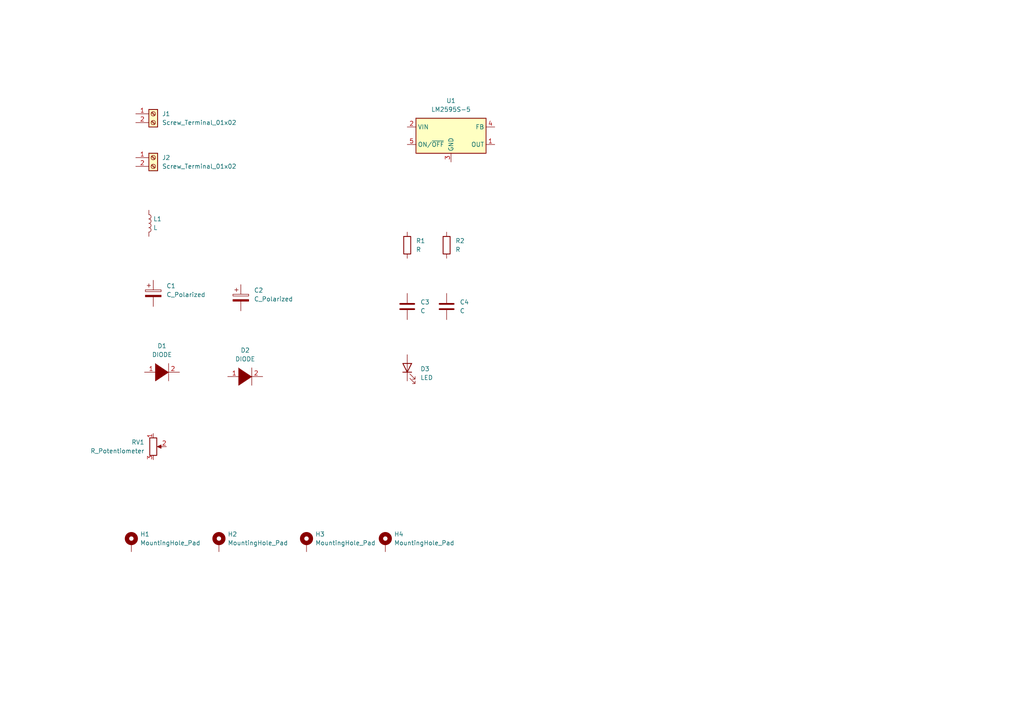
<source format=kicad_sch>
(kicad_sch (version 20231120) (generator "eeschema") (generator_version "8.0")
  (paper "A4")
  (lib_symbols
    (symbol "Connector:Screw_Terminal_01x02" (pin_names (offset 1.016) hide)
      (property "Reference" "J" (at 0 2.54 0))
      (property "Value" "Screw_Terminal_01x02" (at 0 -5.08 0))
      (symbol "Screw_Terminal_01x02_1_1"
        (rectangle (start -1.27 1.27) (end 1.27 -3.81) (stroke (width 0.254)) (fill (type background)))
        (circle (center 0 -2.54) (radius 0.635) (stroke (width 0.1524)))
        (polyline (pts (xy -0.5334 -2.2098) (xy 0.3302 -3.048)) (stroke (width 0.1524)))
        (polyline (pts (xy -0.5334 0.3302) (xy 0.3302 -0.508)) (stroke (width 0.1524)))
        (polyline (pts (xy -0.3556 -2.032) (xy 0.508 -2.8702)) (stroke (width 0.1524)))
        (polyline (pts (xy -0.3556 0.508) (xy 0.508 -0.3302)) (stroke (width 0.1524)))
        (circle (center 0 0) (radius 0.635) (stroke (width 0.1524)))
        (pin passive line (at -5.08 0 0) (length 3.81) (name "Pin_1") (number "1"))
        (pin passive line (at -5.08 -2.54 0) (length 3.81) (name "Pin_2") (number "2"))
      )
    )
    (symbol "Device:C" (pin_numbers hide) (pin_names (offset 0.254))
      (property "Reference" "C" (at 0.635 2.54 0))
      (property "Value" "C" (at 0.635 -2.54 0))
      (symbol "C_0_1"
        (polyline (pts (xy -2.032 -0.762) (xy 2.032 -0.762)) (stroke (width 0.508)))
        (polyline (pts (xy -2.032 0.762) (xy 2.032 0.762)) (stroke (width 0.508)))
      )
      (symbol "C_1_1"
        (pin passive line (at 0 3.81 270) (length 2.794) (name "~") (number "1"))
        (pin passive line (at 0 -3.81 90) (length 2.794) (name "~") (number "2"))
      )
    )
    (symbol "Device:C_Polarized" (pin_numbers hide) (pin_names (offset 0.254))
      (property "Reference" "C" (at 0.635 2.54 0))
      (property "Value" "C_Polarized" (at 0.635 -2.54 0))
      (symbol "C_Polarized_0_1"
        (rectangle (start -2.286 0.508) (end 2.286 1.016))
        (polyline (pts (xy -1.778 2.286) (xy -0.762 2.286)))
        (polyline (pts (xy -1.27 2.794) (xy -1.27 1.778)))
        (rectangle (start 2.286 -0.508) (end -2.286 -1.016) (fill (type outline)))
      )
      (symbol "C_Polarized_1_1"
        (pin passive line (at 0 3.81 270) (length 2.794) (name "~") (number "1"))
        (pin passive line (at 0 -3.81 90) (length 2.794) (name "~") (number "2"))
      )
    )
    (symbol "Device:L" (pin_numbers hide) (pin_names (offset 1.016) hide)
      (property "Reference" "L" (at -1.27 0 90))
      (property "Value" "L" (at 1.905 0 90))
      (symbol "L_0_1"
        (arc (start 0 -2.54) (mid 0.6323 -1.905) (end 0 -1.27))
        (arc (start 0 -1.27) (mid 0.6323 -0.635) (end 0 0))
        (arc (start 0 0) (mid 0.6323 0.635) (end 0 1.27))
        (arc (start 0 1.27) (mid 0.6323 1.905) (end 0 2.54))
      )
      (symbol "L_1_1"
        (pin passive line (at 0 3.81 270) (length 1.27) (name "1") (number "1"))
        (pin passive line (at 0 -3.81 90) (length 1.27) (name "2") (number "2"))
      )
    )
    (symbol "Device:LED" (pin_numbers hide) (pin_names (offset 1.016) hide)
      (property "Reference" "D" (at 0 2.54 0))
      (property "Value" "LED" (at 0 -2.54 0))
      (symbol "LED_0_1"
        (polyline (pts (xy -1.27 -1.27) (xy -1.27 1.27)) (stroke (width 0.254)))
        (polyline (pts (xy -1.27 0) (xy 1.27 0)))
        (polyline (pts (xy 1.27 -1.27) (xy 1.27 1.27) (xy -1.27 0) (xy 1.27 -1.27)) (stroke (width 0.254)))
        (polyline (pts (xy -3.048 -0.762) (xy -4.572 -2.286) (xy -3.81 -2.286) (xy -4.572 -2.286) (xy -4.572 -1.524)))
        (polyline (pts (xy -1.778 -0.762) (xy -3.302 -2.286) (xy -2.54 -2.286) (xy -3.302 -2.286) (xy -3.302 -1.524)))
      )
      (symbol "LED_1_1"
        (pin passive line (at -3.81 0 0) (length 2.54) (name "K") (number "1"))
        (pin passive line (at 3.81 0 180) (length 2.54) (name "A") (number "2"))
      )
    )
    (symbol "Device:R" (pin_numbers hide) (pin_names (offset 0))
      (property "Reference" "R" (at 2.032 0 90))
      (property "Value" "R" (at 0 0 90))
      (symbol "R_0_1"
        (rectangle (start -1.016 -2.54) (end 1.016 2.54) (stroke (width 0.254)))
      )
      (symbol "R_1_1"
        (pin passive line (at 0 3.81 270) (length 1.27) (name "~") (number "1"))
        (pin passive line (at 0 -3.81 90) (length 1.27) (name "~") (number "2"))
      )
    )
    (symbol "Device:R_Potentiometer" (pin_names (offset 1.016) hide)
      (property "Reference" "RV" (at -4.445 0 90))
      (property "Value" "R_Potentiometer" (at -2.54 0 90))
      (symbol "R_Potentiometer_0_1"
        (polyline (pts (xy 2.54 0) (xy 1.524 0)))
        (polyline (pts (xy 1.143 0) (xy 2.286 0.508) (xy 2.286 -0.508) (xy 1.143 0)) (fill (type outline)))
        (rectangle (start 1.016 2.54) (end -1.016 -2.54) (stroke (width 0.254)))
      )
      (symbol "R_Potentiometer_1_1"
        (pin passive line (at 0 3.81 270) (length 1.27) (name "1") (number "1"))
        (pin passive line (at 3.81 0 180) (length 1.27) (name "2") (number "2"))
        (pin passive line (at 0 -3.81 90) (length 1.27) (name "3") (number "3"))
      )
    )
    (symbol "Mechanical:MountingHole_Pad" (pin_numbers hide) (pin_names (offset 1.016) hide)
      (property "Reference" "H" (at 0 6.35 0))
      (property "Value" "MountingHole_Pad" (at 0 4.445 0))
      (symbol "MountingHole_Pad_0_1"
        (circle (center 0 1.27) (radius 1.27) (stroke (width 1.27)))
      )
      (symbol "MountingHole_Pad_1_1"
        (pin input line (at 0 -2.54 90) (length 2.54) (name "1") (number "1"))
      )
    )
    (symbol "Regulator_Switching:LM2595S-5"
      (property "Reference" "U" (at -10.16 6.35 0))
      (property "Value" "LM2595S-5" (at 0 6.35 0))
      (symbol "LM2595S-5_0_1"
        (rectangle (start -10.16 5.08) (end 10.16 -5.08) (stroke (width 0.254)) (fill (type background)))
      )
      (symbol "LM2595S-5_1_1"
        (pin output line (at 12.7 -2.54 180) (length 2.54) (name "OUT") (number "1"))
        (pin power_in line (at -12.7 2.54 0) (length 2.54) (name "VIN") (number "2"))
        (pin power_in line (at 0 -7.62 90) (length 2.54) (name "GND") (number "3"))
        (pin input line (at 12.7 2.54 180) (length 2.54) (name "FB") (number "4"))
        (pin input line (at -12.7 -2.54 0) (length 2.54) (name "ON/~{OFF}") (number "5"))
      )
    )
    (symbol "pspice:DIODE" (pin_names (offset 1.016) hide)
      (property "Reference" "D" (at 0 3.81 0))
      (property "Value" "DIODE" (at 0 -4.445 0))
      (symbol "DIODE_0_1"
        (polyline (pts (xy 1.905 2.54) (xy 1.905 -2.54)))
        (polyline (pts (xy -1.905 2.54) (xy -1.905 -2.54) (xy 1.905 0)) (fill (type outline)))
      )
      (symbol "DIODE_1_1"
        (pin input line (at -5.08 0 0) (length 3.81) (name "K") (number "1"))
        (pin input line (at 5.08 0 180) (length 3.81) (name "A") (number "2"))
      )
    )
  )
  (symbol (lib_id "Mechanical:MountingHole_Pad") (at 63.5 157.48 0) (unit 1)
    (property "Reference" "H2" (at 66.04 154.9399 0) (effects (justify left)))
    (property "Value" "MountingHole_Pad" (at 66.04 157.4799 0) (effects (justify left)))
    (property "Description" "Mounting Hole with connection" (effects (hide yes)))
  )
  (symbol (lib_id "Regulator_Switching:LM2595S-5") (at 130.81 39.37 0) (unit 1)
    (property "Reference" "U1" (at 130.81 29.21 0))
    (property "Value" "LM2595S-5" (at 130.81 31.75 0))
    (property "Footprint" "Package_TO_SOT_SMD:TO-263-5_TabPin3" (effects (hide yes)))
    (property "Datasheet" "http://www.ti.com.cn/cn/lit/ds/symlink/lm2595.pdf" (effects (hide yes)))
    (property "Description" "5V, 1A Step-Down Voltage Regulator, TO-263-5" (effects (hide yes)))
  )
  (symbol (lib_id "Device:C_Polarized") (at 69.85 86.36 0) (unit 1)
    (property "Reference" "C2" (at 73.66 84.2009 0) (effects (justify left)))
    (property "Value" "C_Polarized" (at 73.66 86.7409 0) (effects (justify left)))
    (property "Description" "Polarized capacitor" (effects (hide yes)))
  )
  (symbol (lib_id "Device:C") (at 129.54 88.9 0) (unit 1)
    (property "Reference" "C4" (at 133.35 87.6299 0) (effects (justify left)))
    (property "Value" "C" (at 133.35 90.1699 0) (effects (justify left)))
    (property "Description" "Unpolarized capacitor" (effects (hide yes)))
  )
  (symbol (lib_id "Device:R") (at 118.11 71.12 0) (unit 1)
    (property "Reference" "R1" (at 120.65 69.8499 0) (effects (justify left)))
    (property "Value" "R" (at 120.65 72.3899 0) (effects (justify left)))
    (property "Description" "Resistor" (effects (hide yes)))
  )
  (symbol (lib_id "Device:R_Potentiometer") (at 44.45 129.54 0) (unit 1)
    (property "Reference" "RV1" (at 41.91 128.2699 0) (effects (justify right)))
    (property "Value" "R_Potentiometer" (at 41.91 130.8099 0) (effects (justify right)))
    (property "Description" "Potentiometer" (effects (hide yes)))
  )
  (symbol (lib_id "Mechanical:MountingHole_Pad") (at 38.1 157.48 0) (unit 1)
    (property "Reference" "H1" (at 40.64 154.9399 0) (effects (justify left)))
    (property "Value" "MountingHole_Pad" (at 40.64 157.4799 0) (effects (justify left)))
    (property "Description" "Mounting Hole with connection" (effects (hide yes)))
  )
  (symbol (lib_id "Device:C_Polarized") (at 44.45 85.09 0) (unit 1)
    (property "Reference" "C1" (at 48.26 82.9309 0) (effects (justify left)))
    (property "Value" "C_Polarized" (at 48.26 85.4709 0) (effects (justify left)))
    (property "Description" "Polarized capacitor" (effects (hide yes)))
  )
  (symbol (lib_id "pspice:DIODE") (at 46.99 107.95 0) (unit 1)
    (property "Reference" "D1" (at 46.99 100.33 0))
    (property "Value" "DIODE" (at 46.99 102.87 0))
    (property "Description" "Diode symbol for simulation only. Pin order incompatible with official kicad footprints" (effects (hide yes)))
  )
  (symbol (lib_id "Device:L") (at 43.18 64.77 0) (unit 1)
    (property "Reference" "L1" (at 44.45 63.4999 0) (effects (justify left)))
    (property "Value" "L" (at 44.45 66.0399 0) (effects (justify left)))
    (property "Description" "Inductor" (effects (hide yes)))
  )
  (symbol (lib_id "Device:C") (at 118.11 88.9 0) (unit 1)
    (property "Reference" "C3" (at 121.92 87.6299 0) (effects (justify left)))
    (property "Value" "C" (at 121.92 90.1699 0) (effects (justify left)))
    (property "Description" "Unpolarized capacitor" (effects (hide yes)))
  )
  (symbol (lib_id "Device:LED") (at 118.11 106.68 90) (unit 1)
    (property "Reference" "D3" (at 121.92 106.9974 90) (effects (justify right)))
    (property "Value" "LED" (at 121.92 109.5374 90) (effects (justify right)))
    (property "Description" "Light emitting diode" (effects (hide yes)))
  )
  (symbol (lib_id "pspice:DIODE") (at 71.12 109.22 0) (unit 1)
    (property "Reference" "D2" (at 71.12 101.6 0))
    (property "Value" "DIODE" (at 71.12 104.14 0))
    (property "Description" "Diode symbol for simulation only. Pin order incompatible with official kicad footprints" (effects (hide yes)))
  )
  (symbol (lib_id "Mechanical:MountingHole_Pad") (at 88.9 157.48 0) (unit 1)
    (property "Reference" "H3" (at 91.44 154.9399 0) (effects (justify left)))
    (property "Value" "MountingHole_Pad" (at 91.44 157.4799 0) (effects (justify left)))
    (property "Description" "Mounting Hole with connection" (effects (hide yes)))
  )
  (symbol (lib_id "Device:R") (at 129.54 71.12 0) (unit 1)
    (property "Reference" "R2" (at 132.08 69.8499 0) (effects (justify left)))
    (property "Value" "R" (at 132.08 72.3899 0) (effects (justify left)))
    (property "Description" "Resistor" (effects (hide yes)))
  )
  (symbol (lib_id "Connector:Screw_Terminal_01x02") (at 44.45 45.72 0) (unit 1)
    (property "Reference" "J2" (at 46.99 45.7199 0) (effects (justify left)))
    (property "Value" "Screw_Terminal_01x02" (at 46.99 48.2599 0) (effects (justify left)))
    (property "Description" "Generic screw terminal, single row, 01x02, script generated (kicad-library-utils/schlib/autogen/connector/)" (effects (hide yes)))
  )
  (symbol (lib_id "Connector:Screw_Terminal_01x02") (at 44.45 33.02 0) (unit 1)
    (property "Reference" "J1" (at 46.99 33.0199 0) (effects (justify left)))
    (property "Value" "Screw_Terminal_01x02" (at 46.99 35.5599 0) (effects (justify left)))
    (property "Description" "Generic screw terminal, single row, 01x02, script generated (kicad-library-utils/schlib/autogen/connector/)" (effects (hide yes)))
  )
  (symbol (lib_id "Mechanical:MountingHole_Pad") (at 111.76 157.48 0) (unit 1)
    (property "Reference" "H4" (at 114.3 154.9399 0) (effects (justify left)))
    (property "Value" "MountingHole_Pad" (at 114.3 157.4799 0) (effects (justify left)))
    (property "Description" "Mounting Hole with connection" (effects (hide yes)))
  )
)
</source>
